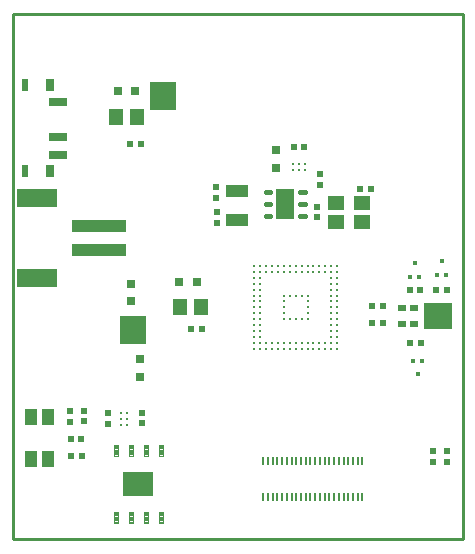
<source format=gbr>
G04 EAGLE Gerber RS-274X export*
G75*
%MOMM*%
%FSLAX34Y34*%
%LPD*%
%INSolderpaste Top*%
%IPPOS*%
%AMOC8*
5,1,8,0,0,1.08239X$1,22.5*%
G01*
%ADD10R,1.150000X1.450000*%
%ADD11R,0.620000X0.620000*%
%ADD12R,0.700000X0.600000*%
%ADD13R,4.600000X1.000000*%
%ADD14R,3.400000X1.600000*%
%ADD15R,2.489200X2.235200*%
%ADD16R,2.235200X2.489200*%
%ADD17R,0.195575X0.685800*%
%ADD18R,0.800000X0.800000*%
%ADD19R,0.450000X0.350000*%
%ADD20R,0.350000X0.350000*%
%ADD21R,0.500000X0.500000*%
%ADD22R,1.050000X1.400000*%
%ADD23R,1.500000X0.700000*%
%ADD24R,0.600000X1.000000*%
%ADD25R,0.800000X1.000000*%
%ADD26C,0.250000*%
%ADD27C,0.254000*%
%ADD28R,1.600000X2.500000*%
%ADD29C,0.450000*%
%ADD30R,1.400000X1.150000*%
%ADD31R,1.905000X1.092200*%
%ADD32R,2.530000X2.150000*%
%ADD33C,0.110000*%


D10*
X105266Y357378D03*
X87266Y357378D03*
D11*
X159948Y177800D03*
X150948Y177800D03*
D10*
X159368Y196850D03*
X141368Y196850D03*
D11*
X108386Y334772D03*
X99386Y334772D03*
X58348Y70104D03*
X49348Y70104D03*
X302950Y296926D03*
X293950Y296926D03*
X257556Y272614D03*
X257556Y281614D03*
X172212Y289124D03*
X172212Y298124D03*
X172466Y277042D03*
X172466Y268042D03*
X80518Y106608D03*
X80518Y97608D03*
X109728Y107116D03*
X109728Y98116D03*
X259842Y300046D03*
X259842Y309046D03*
X237816Y331724D03*
X246816Y331724D03*
X304364Y183134D03*
X313364Y183134D03*
X304364Y197612D03*
X313364Y197612D03*
D12*
X329264Y181976D03*
X329264Y195976D03*
X339264Y181976D03*
X339264Y195976D03*
D13*
X72560Y245270D03*
X72560Y265270D03*
D14*
X20560Y221270D03*
X20560Y289270D03*
D15*
X359664Y188722D03*
D16*
X102108Y177546D03*
X127254Y375158D03*
D17*
X251981Y35433D03*
X247981Y35433D03*
X243981Y35433D03*
X239981Y35433D03*
X235981Y35433D03*
X231981Y35433D03*
X227981Y35433D03*
X223981Y35433D03*
X219981Y35433D03*
X215981Y35433D03*
X211981Y35433D03*
X295981Y35433D03*
X291981Y35433D03*
X287981Y35433D03*
X283981Y35433D03*
X279981Y35433D03*
X275981Y35433D03*
X271981Y35433D03*
X267981Y35433D03*
X263981Y35433D03*
X259981Y35433D03*
X255981Y35433D03*
X251981Y66167D03*
X247981Y66167D03*
X243981Y66167D03*
X239981Y66167D03*
X235981Y66167D03*
X231981Y66167D03*
X227981Y66167D03*
X223981Y66167D03*
X219981Y66167D03*
X215981Y66167D03*
X211981Y66167D03*
X295981Y66167D03*
X291981Y66167D03*
X287981Y66167D03*
X283981Y66167D03*
X279981Y66167D03*
X275981Y66167D03*
X271981Y66167D03*
X267981Y66167D03*
X263981Y66167D03*
X259981Y66167D03*
X255981Y66167D03*
D18*
X155836Y217932D03*
X140836Y217932D03*
D19*
X362966Y235620D03*
D20*
X358966Y224120D03*
X366966Y224120D03*
D19*
X342646Y139792D03*
D20*
X346646Y151292D03*
X338646Y151292D03*
D19*
X340106Y233588D03*
D20*
X336106Y222088D03*
X344106Y222088D03*
D21*
X49094Y84836D03*
X58094Y84836D03*
X367538Y74350D03*
X367538Y65350D03*
X355854Y74350D03*
X355854Y65350D03*
X48260Y99640D03*
X48260Y108640D03*
X335860Y211328D03*
X344860Y211328D03*
X358466Y210820D03*
X367466Y210820D03*
X336622Y166116D03*
X345622Y166116D03*
X60198Y99894D03*
X60198Y108894D03*
D18*
X100076Y216542D03*
X100076Y201542D03*
X88766Y379222D03*
X103766Y379222D03*
X107950Y152788D03*
X107950Y137788D03*
X223012Y329318D03*
X223012Y314318D03*
D22*
X29856Y103598D03*
X29856Y67598D03*
X15356Y103598D03*
X15356Y67598D03*
D23*
X37820Y325480D03*
X37820Y340480D03*
X37820Y370480D03*
D24*
X10320Y311480D03*
D25*
X31320Y311480D03*
D24*
X10320Y384480D03*
D25*
X31320Y384480D03*
D26*
X204522Y231342D03*
X204522Y226342D03*
X204522Y221342D03*
X204522Y216342D03*
X204522Y211342D03*
X204522Y206342D03*
X204522Y201342D03*
X204522Y196342D03*
X204522Y191342D03*
X204522Y186342D03*
X204522Y181342D03*
X204522Y176342D03*
X204522Y171342D03*
X204522Y166342D03*
X204522Y161342D03*
X209522Y161342D03*
X209522Y166342D03*
X209522Y171342D03*
X209522Y176342D03*
X209522Y181342D03*
X209522Y186342D03*
X209522Y191342D03*
X209522Y196342D03*
X209522Y201342D03*
X209522Y206342D03*
X209522Y211342D03*
X209522Y216342D03*
X209522Y221342D03*
X209522Y226342D03*
X209522Y231342D03*
X269522Y231342D03*
X269522Y226342D03*
X269522Y221342D03*
X269522Y216342D03*
X269522Y211342D03*
X269522Y206342D03*
X269522Y201342D03*
X269522Y196342D03*
X269522Y191342D03*
X269522Y186342D03*
X269522Y181342D03*
X269522Y176342D03*
X269522Y171342D03*
X269522Y166342D03*
X269522Y161342D03*
X274522Y161342D03*
X274522Y166342D03*
X274522Y171342D03*
X274522Y176342D03*
X274522Y181342D03*
X274522Y186342D03*
X274522Y191342D03*
X274522Y196342D03*
X274522Y201342D03*
X274522Y206342D03*
X274522Y211342D03*
X274522Y216342D03*
X274522Y221342D03*
X274522Y226342D03*
X274522Y231342D03*
X214522Y231342D03*
X214522Y226342D03*
X219522Y226342D03*
X219522Y231342D03*
X224522Y231342D03*
X224522Y226342D03*
X229522Y226342D03*
X229522Y231342D03*
X234522Y231342D03*
X234522Y226342D03*
X239522Y226342D03*
X239522Y231342D03*
X244522Y231342D03*
X244522Y226342D03*
X249522Y226342D03*
X249522Y231342D03*
X254522Y231342D03*
X254522Y226342D03*
X259522Y226342D03*
X259522Y231342D03*
X264522Y231342D03*
X264522Y226342D03*
X214522Y166342D03*
X214522Y161342D03*
X219522Y161342D03*
X219522Y166342D03*
X224522Y166342D03*
X224522Y161342D03*
X229522Y161342D03*
X229522Y166342D03*
X234522Y166342D03*
X234522Y161342D03*
X239522Y161342D03*
X239522Y166342D03*
X244522Y166342D03*
X244522Y161342D03*
X249522Y161342D03*
X249522Y166342D03*
X254522Y166342D03*
X254522Y161342D03*
X259522Y161342D03*
X259522Y166342D03*
X264522Y166342D03*
X264522Y161342D03*
X229522Y196342D03*
X249522Y196342D03*
X229522Y201342D03*
X249522Y201342D03*
X229522Y191342D03*
X249522Y191342D03*
X229522Y206342D03*
X249522Y206342D03*
X229522Y186342D03*
X249522Y186342D03*
X234522Y206342D03*
X234522Y186342D03*
X239522Y206342D03*
X239522Y186342D03*
X244522Y206342D03*
X244522Y186342D03*
D27*
X96734Y107108D03*
X91734Y107108D03*
X96734Y102108D03*
X91734Y102108D03*
X96734Y97108D03*
X91734Y97108D03*
D28*
X230632Y283718D03*
D29*
X218132Y283718D02*
X214132Y283718D01*
X243132Y283718D02*
X247132Y283718D01*
X218132Y273718D02*
X214132Y273718D01*
X214132Y293718D02*
X218132Y293718D01*
X243132Y293718D02*
X247132Y293718D01*
X247132Y273718D02*
X243132Y273718D01*
D27*
X237570Y317460D03*
X237570Y312460D03*
X242570Y317460D03*
X242570Y312460D03*
X247570Y317460D03*
X247570Y312460D03*
D30*
X295734Y268860D03*
X295734Y284860D03*
X273734Y284860D03*
X273734Y268860D03*
D31*
X189484Y294894D03*
X189484Y270002D03*
D32*
X106172Y46990D03*
D33*
X88772Y23190D02*
X88772Y13890D01*
X85472Y13890D01*
X85472Y23190D01*
X88772Y23190D01*
X88772Y14935D02*
X85472Y14935D01*
X85472Y15980D02*
X88772Y15980D01*
X88772Y17025D02*
X85472Y17025D01*
X85472Y18070D02*
X88772Y18070D01*
X88772Y19115D02*
X85472Y19115D01*
X85472Y20160D02*
X88772Y20160D01*
X88772Y21205D02*
X85472Y21205D01*
X85472Y22250D02*
X88772Y22250D01*
X101472Y23190D02*
X101472Y13890D01*
X98172Y13890D01*
X98172Y23190D01*
X101472Y23190D01*
X101472Y14935D02*
X98172Y14935D01*
X98172Y15980D02*
X101472Y15980D01*
X101472Y17025D02*
X98172Y17025D01*
X98172Y18070D02*
X101472Y18070D01*
X101472Y19115D02*
X98172Y19115D01*
X98172Y20160D02*
X101472Y20160D01*
X101472Y21205D02*
X98172Y21205D01*
X98172Y22250D02*
X101472Y22250D01*
X114172Y23190D02*
X114172Y13890D01*
X110872Y13890D01*
X110872Y23190D01*
X114172Y23190D01*
X114172Y14935D02*
X110872Y14935D01*
X110872Y15980D02*
X114172Y15980D01*
X114172Y17025D02*
X110872Y17025D01*
X110872Y18070D02*
X114172Y18070D01*
X114172Y19115D02*
X110872Y19115D01*
X110872Y20160D02*
X114172Y20160D01*
X114172Y21205D02*
X110872Y21205D01*
X110872Y22250D02*
X114172Y22250D01*
X126872Y23190D02*
X126872Y13890D01*
X123572Y13890D01*
X123572Y23190D01*
X126872Y23190D01*
X126872Y14935D02*
X123572Y14935D01*
X123572Y15980D02*
X126872Y15980D01*
X126872Y17025D02*
X123572Y17025D01*
X123572Y18070D02*
X126872Y18070D01*
X126872Y19115D02*
X123572Y19115D01*
X123572Y20160D02*
X126872Y20160D01*
X126872Y21205D02*
X123572Y21205D01*
X123572Y22250D02*
X126872Y22250D01*
X126872Y70790D02*
X126872Y80090D01*
X126872Y70790D02*
X123572Y70790D01*
X123572Y80090D01*
X126872Y80090D01*
X126872Y71835D02*
X123572Y71835D01*
X123572Y72880D02*
X126872Y72880D01*
X126872Y73925D02*
X123572Y73925D01*
X123572Y74970D02*
X126872Y74970D01*
X126872Y76015D02*
X123572Y76015D01*
X123572Y77060D02*
X126872Y77060D01*
X126872Y78105D02*
X123572Y78105D01*
X123572Y79150D02*
X126872Y79150D01*
X114172Y80090D02*
X114172Y70790D01*
X110872Y70790D01*
X110872Y80090D01*
X114172Y80090D01*
X114172Y71835D02*
X110872Y71835D01*
X110872Y72880D02*
X114172Y72880D01*
X114172Y73925D02*
X110872Y73925D01*
X110872Y74970D02*
X114172Y74970D01*
X114172Y76015D02*
X110872Y76015D01*
X110872Y77060D02*
X114172Y77060D01*
X114172Y78105D02*
X110872Y78105D01*
X110872Y79150D02*
X114172Y79150D01*
X101472Y80090D02*
X101472Y70790D01*
X98172Y70790D01*
X98172Y80090D01*
X101472Y80090D01*
X101472Y71835D02*
X98172Y71835D01*
X98172Y72880D02*
X101472Y72880D01*
X101472Y73925D02*
X98172Y73925D01*
X98172Y74970D02*
X101472Y74970D01*
X101472Y76015D02*
X98172Y76015D01*
X98172Y77060D02*
X101472Y77060D01*
X101472Y78105D02*
X98172Y78105D01*
X98172Y79150D02*
X101472Y79150D01*
X88772Y80090D02*
X88772Y70790D01*
X85472Y70790D01*
X85472Y80090D01*
X88772Y80090D01*
X88772Y71835D02*
X85472Y71835D01*
X85472Y72880D02*
X88772Y72880D01*
X88772Y73925D02*
X85472Y73925D01*
X85472Y74970D02*
X88772Y74970D01*
X88772Y76015D02*
X85472Y76015D01*
X85472Y77060D02*
X88772Y77060D01*
X88772Y78105D02*
X85472Y78105D01*
X85472Y79150D02*
X88772Y79150D01*
D27*
X0Y0D02*
X381000Y0D01*
X381000Y444500D01*
X0Y444500D01*
X0Y0D01*
M02*

</source>
